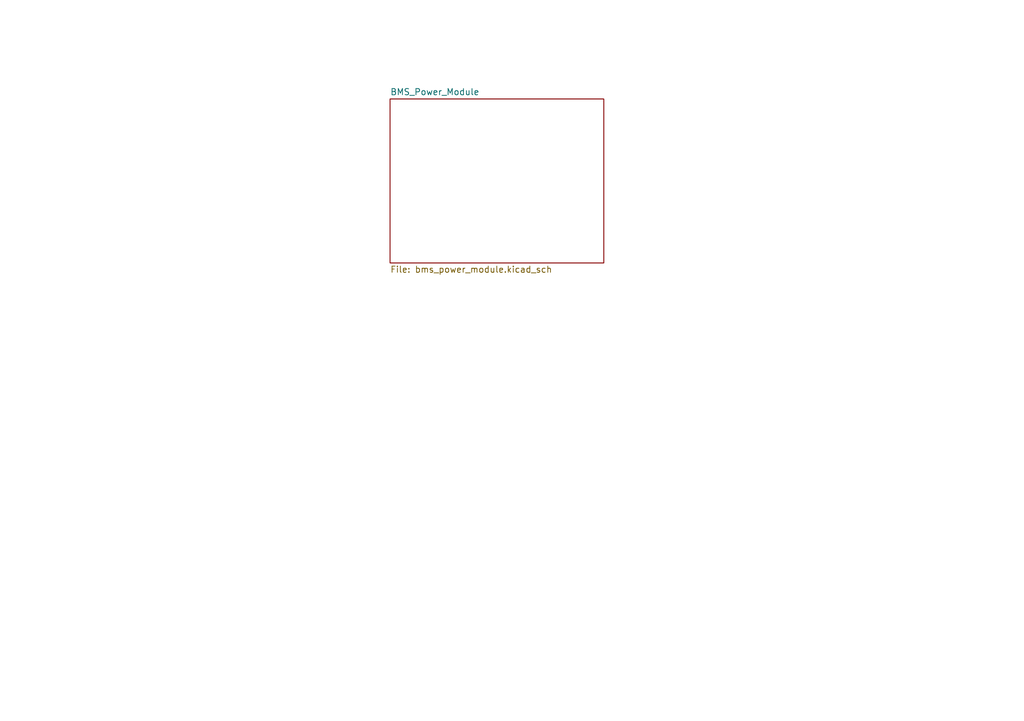
<source format=kicad_sch>
(kicad_sch
	(version 20231120)
	(generator "eeschema")
	(generator_version "8.0")
	(uuid "1700b202-8f4f-48fb-8169-decdd6437413")
	(paper "A5")
	(lib_symbols)
	(sheet
		(at 80.01 20.32)
		(size 43.815 33.655)
		(fields_autoplaced yes)
		(stroke
			(width 0.1524)
			(type solid)
		)
		(fill
			(color 0 0 0 0.0000)
		)
		(uuid "6f350c8f-b7cc-4068-b161-177c6dcf4e5f")
		(property "Sheetname" "BMS_Power_Module"
			(at 80.01 19.6084 0)
			(effects
				(font
					(size 1.27 1.27)
				)
				(justify left bottom)
			)
		)
		(property "Sheetfile" "bms_power_module.kicad_sch"
			(at 80.01 54.5596 0)
			(effects
				(font
					(size 1.27 1.27)
				)
				(justify left top)
			)
		)
		(instances
			(project "refrence_cell"
				(path "/1700b202-8f4f-48fb-8169-decdd6437413"
					(page "3")
				)
			)
		)
	)
	(sheet_instances
		(path "/"
			(page "1")
		)
	)
)
</source>
